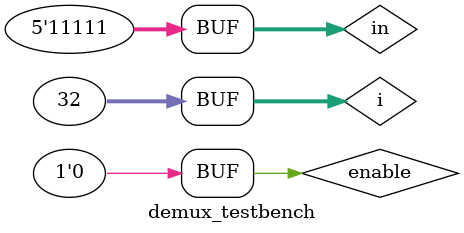
<source format=sv>
module demux (out, in, enable);
    input logic [4:0] in;
    input logic enable;
    output logic [31:0] out;

    logic [31:0] temp;

    genvar i;
    generate
        for (i = 0; i < 32; i++) begin : eachEq
            equals e (temp[i], i, in);
            and a (out[i], temp[i], enable);
        end
    endgenerate
endmodule

module demux_testbench;
    logic [4:0] in;
    logic enable;
    logic [31:0] out;

    parameter delay = 10;

    integer i;

    initial begin
        $display("Test cases when enabled");
        enable = 1;
        for (i=0; i<32; i++) begin
            in = i; #delay;
        end

        $display("Test cases when not enabled");
        enable = 0;
        for (i=0; i<32; i++) begin
            in = i; #delay;
        end
    end

    demux dut (.out, .enable, .in);
endmodule
</source>
